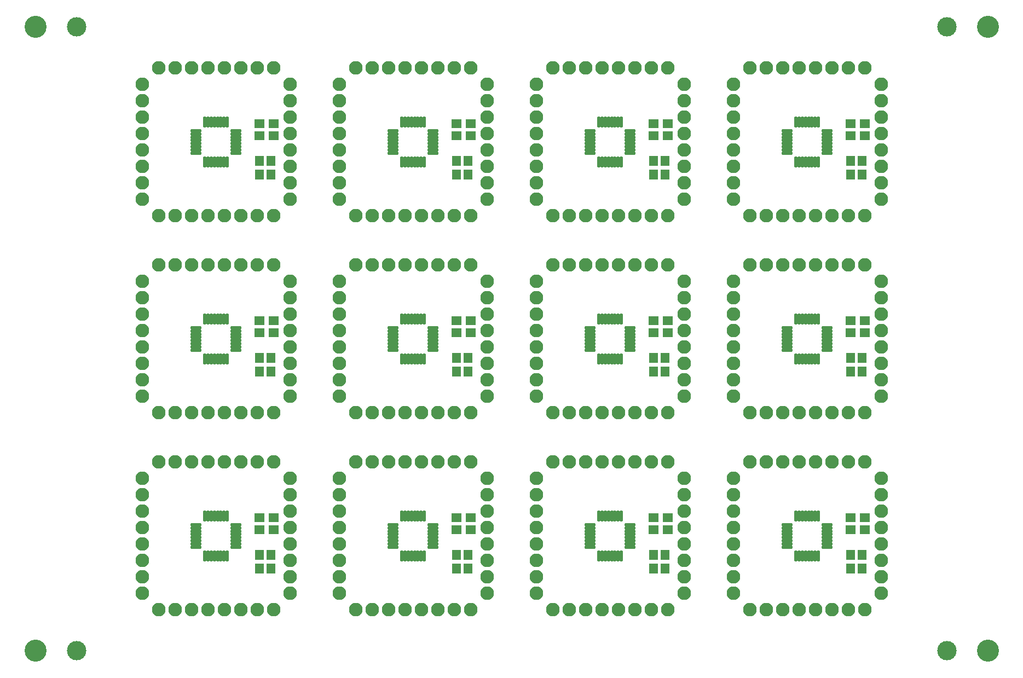
<source format=gts>
%FSLAX24Y24*%
%MOIN*%
G70*
G01*
G75*
G04 Layer_Color=8388736*
%ADD10R,0.0551X0.0472*%
%ADD11R,0.0472X0.0551*%
%ADD12O,0.0630X0.0118*%
%ADD13O,0.0118X0.0630*%
%ADD14C,0.0118*%
%ADD15C,0.0394*%
%ADD16C,0.1260*%
%ADD17C,0.0750*%
%ADD18C,0.0098*%
%ADD19C,0.0236*%
%ADD20C,0.0100*%
%ADD21C,0.0079*%
%ADD22R,0.0631X0.0552*%
%ADD23R,0.0552X0.0631*%
%ADD24O,0.0710X0.0198*%
%ADD25O,0.0198X0.0710*%
%ADD26C,0.1181*%
%ADD27C,0.1340*%
%ADD28C,0.0830*%
D22*
X14640Y9104D02*
D03*
Y8396D02*
D03*
X15500Y9104D02*
D03*
Y8396D02*
D03*
X26640Y9104D02*
D03*
Y8396D02*
D03*
X27500Y9104D02*
D03*
Y8396D02*
D03*
X38640Y9104D02*
D03*
Y8396D02*
D03*
X39500Y9104D02*
D03*
Y8396D02*
D03*
X50640Y9104D02*
D03*
Y8396D02*
D03*
X51500Y9104D02*
D03*
Y8396D02*
D03*
X14640Y21104D02*
D03*
Y20396D02*
D03*
X15500Y21104D02*
D03*
Y20396D02*
D03*
X26640Y21104D02*
D03*
Y20396D02*
D03*
X27500Y21104D02*
D03*
Y20396D02*
D03*
X38640Y21104D02*
D03*
Y20396D02*
D03*
X39500Y21104D02*
D03*
Y20396D02*
D03*
X50640Y21104D02*
D03*
Y20396D02*
D03*
X51500Y21104D02*
D03*
Y20396D02*
D03*
X14640Y33104D02*
D03*
Y32396D02*
D03*
X15500Y33104D02*
D03*
Y32396D02*
D03*
X26640Y33104D02*
D03*
Y32396D02*
D03*
X27500Y33104D02*
D03*
Y32396D02*
D03*
X38640Y33104D02*
D03*
Y32396D02*
D03*
X39500Y33104D02*
D03*
Y32396D02*
D03*
X50640Y33104D02*
D03*
Y32396D02*
D03*
X51500Y33104D02*
D03*
Y32396D02*
D03*
D23*
X14646Y6860D02*
D03*
X15354D02*
D03*
X14646Y6000D02*
D03*
X15354D02*
D03*
X26646Y6860D02*
D03*
X27354D02*
D03*
X26646Y6000D02*
D03*
X27354D02*
D03*
X38646Y6860D02*
D03*
X39354D02*
D03*
X38646Y6000D02*
D03*
X39354D02*
D03*
X50646Y6860D02*
D03*
X51354D02*
D03*
X50646Y6000D02*
D03*
X51354D02*
D03*
X14646Y18860D02*
D03*
X15354D02*
D03*
X14646Y18000D02*
D03*
X15354D02*
D03*
X26646Y18860D02*
D03*
X27354D02*
D03*
X26646Y18000D02*
D03*
X27354D02*
D03*
X38646Y18860D02*
D03*
X39354D02*
D03*
X38646Y18000D02*
D03*
X39354D02*
D03*
X50646Y18860D02*
D03*
X51354D02*
D03*
X50646Y18000D02*
D03*
X51354D02*
D03*
X14646Y30860D02*
D03*
X15354D02*
D03*
X14646Y30000D02*
D03*
X15354D02*
D03*
X26646Y30860D02*
D03*
X27354D02*
D03*
X26646Y30000D02*
D03*
X27354D02*
D03*
X38646Y30860D02*
D03*
X39354D02*
D03*
X38646Y30000D02*
D03*
X39354D02*
D03*
X50646Y30860D02*
D03*
X51354D02*
D03*
X50646Y30000D02*
D03*
X51354D02*
D03*
D24*
X10780Y8689D02*
D03*
Y8492D02*
D03*
Y8295D02*
D03*
Y8098D02*
D03*
Y7902D02*
D03*
Y7705D02*
D03*
Y7508D02*
D03*
Y7311D02*
D03*
X13220D02*
D03*
Y7508D02*
D03*
Y7705D02*
D03*
Y7902D02*
D03*
Y8098D02*
D03*
Y8295D02*
D03*
Y8492D02*
D03*
Y8689D02*
D03*
X22780D02*
D03*
Y8492D02*
D03*
Y8295D02*
D03*
Y8098D02*
D03*
Y7902D02*
D03*
Y7705D02*
D03*
Y7508D02*
D03*
Y7311D02*
D03*
X25220D02*
D03*
Y7508D02*
D03*
Y7705D02*
D03*
Y7902D02*
D03*
Y8098D02*
D03*
Y8295D02*
D03*
Y8492D02*
D03*
Y8689D02*
D03*
X34780D02*
D03*
Y8492D02*
D03*
Y8295D02*
D03*
Y8098D02*
D03*
Y7902D02*
D03*
Y7705D02*
D03*
Y7508D02*
D03*
Y7311D02*
D03*
X37220D02*
D03*
Y7508D02*
D03*
Y7705D02*
D03*
Y7902D02*
D03*
Y8098D02*
D03*
Y8295D02*
D03*
Y8492D02*
D03*
Y8689D02*
D03*
X46780D02*
D03*
Y8492D02*
D03*
Y8295D02*
D03*
Y8098D02*
D03*
Y7902D02*
D03*
Y7705D02*
D03*
Y7508D02*
D03*
Y7311D02*
D03*
X49220D02*
D03*
Y7508D02*
D03*
Y7705D02*
D03*
Y7902D02*
D03*
Y8098D02*
D03*
Y8295D02*
D03*
Y8492D02*
D03*
Y8689D02*
D03*
X10780Y20689D02*
D03*
Y20492D02*
D03*
Y20295D02*
D03*
Y20098D02*
D03*
Y19902D02*
D03*
Y19705D02*
D03*
Y19508D02*
D03*
Y19311D02*
D03*
X13220D02*
D03*
Y19508D02*
D03*
Y19705D02*
D03*
Y19902D02*
D03*
Y20098D02*
D03*
Y20295D02*
D03*
Y20492D02*
D03*
Y20689D02*
D03*
X22780D02*
D03*
Y20492D02*
D03*
Y20295D02*
D03*
Y20098D02*
D03*
Y19902D02*
D03*
Y19705D02*
D03*
Y19508D02*
D03*
Y19311D02*
D03*
X25220D02*
D03*
Y19508D02*
D03*
Y19705D02*
D03*
Y19902D02*
D03*
Y20098D02*
D03*
Y20295D02*
D03*
Y20492D02*
D03*
Y20689D02*
D03*
X34780D02*
D03*
Y20492D02*
D03*
Y20295D02*
D03*
Y20098D02*
D03*
Y19902D02*
D03*
Y19705D02*
D03*
Y19508D02*
D03*
Y19311D02*
D03*
X37220D02*
D03*
Y19508D02*
D03*
Y19705D02*
D03*
Y19902D02*
D03*
Y20098D02*
D03*
Y20295D02*
D03*
Y20492D02*
D03*
Y20689D02*
D03*
X46780D02*
D03*
Y20492D02*
D03*
Y20295D02*
D03*
Y20098D02*
D03*
Y19902D02*
D03*
Y19705D02*
D03*
Y19508D02*
D03*
Y19311D02*
D03*
X49220D02*
D03*
Y19508D02*
D03*
Y19705D02*
D03*
Y19902D02*
D03*
Y20098D02*
D03*
Y20295D02*
D03*
Y20492D02*
D03*
Y20689D02*
D03*
X10780Y32689D02*
D03*
Y32492D02*
D03*
Y32295D02*
D03*
Y32098D02*
D03*
Y31902D02*
D03*
Y31705D02*
D03*
Y31508D02*
D03*
Y31311D02*
D03*
X13220D02*
D03*
Y31508D02*
D03*
Y31705D02*
D03*
Y31902D02*
D03*
Y32098D02*
D03*
Y32295D02*
D03*
Y32492D02*
D03*
Y32689D02*
D03*
X22780D02*
D03*
Y32492D02*
D03*
Y32295D02*
D03*
Y32098D02*
D03*
Y31902D02*
D03*
Y31705D02*
D03*
Y31508D02*
D03*
Y31311D02*
D03*
X25220D02*
D03*
Y31508D02*
D03*
Y31705D02*
D03*
Y31902D02*
D03*
Y32098D02*
D03*
Y32295D02*
D03*
Y32492D02*
D03*
Y32689D02*
D03*
X34780D02*
D03*
Y32492D02*
D03*
Y32295D02*
D03*
Y32098D02*
D03*
Y31902D02*
D03*
Y31705D02*
D03*
Y31508D02*
D03*
Y31311D02*
D03*
X37220D02*
D03*
Y31508D02*
D03*
Y31705D02*
D03*
Y31902D02*
D03*
Y32098D02*
D03*
Y32295D02*
D03*
Y32492D02*
D03*
Y32689D02*
D03*
X46780D02*
D03*
Y32492D02*
D03*
Y32295D02*
D03*
Y32098D02*
D03*
Y31902D02*
D03*
Y31705D02*
D03*
Y31508D02*
D03*
Y31311D02*
D03*
X49220D02*
D03*
Y31508D02*
D03*
Y31705D02*
D03*
Y31902D02*
D03*
Y32098D02*
D03*
Y32295D02*
D03*
Y32492D02*
D03*
Y32689D02*
D03*
D25*
X11311Y6780D02*
D03*
X11508D02*
D03*
X11705D02*
D03*
X11902D02*
D03*
X12098D02*
D03*
X12295D02*
D03*
X12492D02*
D03*
X12689D02*
D03*
Y9220D02*
D03*
X12492D02*
D03*
X12295D02*
D03*
X12098D02*
D03*
X11902D02*
D03*
X11705D02*
D03*
X11508D02*
D03*
X11311D02*
D03*
X23311Y6780D02*
D03*
X23508D02*
D03*
X23705D02*
D03*
X23902D02*
D03*
X24098D02*
D03*
X24295D02*
D03*
X24492D02*
D03*
X24689D02*
D03*
Y9220D02*
D03*
X24492D02*
D03*
X24295D02*
D03*
X24098D02*
D03*
X23902D02*
D03*
X23705D02*
D03*
X23508D02*
D03*
X23311D02*
D03*
X35311Y6780D02*
D03*
X35508D02*
D03*
X35705D02*
D03*
X35902D02*
D03*
X36098D02*
D03*
X36295D02*
D03*
X36492D02*
D03*
X36689D02*
D03*
Y9220D02*
D03*
X36492D02*
D03*
X36295D02*
D03*
X36098D02*
D03*
X35902D02*
D03*
X35705D02*
D03*
X35508D02*
D03*
X35311D02*
D03*
X47311Y6780D02*
D03*
X47508D02*
D03*
X47705D02*
D03*
X47902D02*
D03*
X48098D02*
D03*
X48295D02*
D03*
X48492D02*
D03*
X48689D02*
D03*
Y9220D02*
D03*
X48492D02*
D03*
X48295D02*
D03*
X48098D02*
D03*
X47902D02*
D03*
X47705D02*
D03*
X47508D02*
D03*
X47311D02*
D03*
X11311Y18780D02*
D03*
X11508D02*
D03*
X11705D02*
D03*
X11902D02*
D03*
X12098D02*
D03*
X12295D02*
D03*
X12492D02*
D03*
X12689D02*
D03*
Y21220D02*
D03*
X12492D02*
D03*
X12295D02*
D03*
X12098D02*
D03*
X11902D02*
D03*
X11705D02*
D03*
X11508D02*
D03*
X11311D02*
D03*
X23311Y18780D02*
D03*
X23508D02*
D03*
X23705D02*
D03*
X23902D02*
D03*
X24098D02*
D03*
X24295D02*
D03*
X24492D02*
D03*
X24689D02*
D03*
Y21220D02*
D03*
X24492D02*
D03*
X24295D02*
D03*
X24098D02*
D03*
X23902D02*
D03*
X23705D02*
D03*
X23508D02*
D03*
X23311D02*
D03*
X35311Y18780D02*
D03*
X35508D02*
D03*
X35705D02*
D03*
X35902D02*
D03*
X36098D02*
D03*
X36295D02*
D03*
X36492D02*
D03*
X36689D02*
D03*
Y21220D02*
D03*
X36492D02*
D03*
X36295D02*
D03*
X36098D02*
D03*
X35902D02*
D03*
X35705D02*
D03*
X35508D02*
D03*
X35311D02*
D03*
X47311Y18780D02*
D03*
X47508D02*
D03*
X47705D02*
D03*
X47902D02*
D03*
X48098D02*
D03*
X48295D02*
D03*
X48492D02*
D03*
X48689D02*
D03*
Y21220D02*
D03*
X48492D02*
D03*
X48295D02*
D03*
X48098D02*
D03*
X47902D02*
D03*
X47705D02*
D03*
X47508D02*
D03*
X47311D02*
D03*
X11311Y30780D02*
D03*
X11508D02*
D03*
X11705D02*
D03*
X11902D02*
D03*
X12098D02*
D03*
X12295D02*
D03*
X12492D02*
D03*
X12689D02*
D03*
Y33220D02*
D03*
X12492D02*
D03*
X12295D02*
D03*
X12098D02*
D03*
X11902D02*
D03*
X11705D02*
D03*
X11508D02*
D03*
X11311D02*
D03*
X23311Y30780D02*
D03*
X23508D02*
D03*
X23705D02*
D03*
X23902D02*
D03*
X24098D02*
D03*
X24295D02*
D03*
X24492D02*
D03*
X24689D02*
D03*
Y33220D02*
D03*
X24492D02*
D03*
X24295D02*
D03*
X24098D02*
D03*
X23902D02*
D03*
X23705D02*
D03*
X23508D02*
D03*
X23311D02*
D03*
X35311Y30780D02*
D03*
X35508D02*
D03*
X35705D02*
D03*
X35902D02*
D03*
X36098D02*
D03*
X36295D02*
D03*
X36492D02*
D03*
X36689D02*
D03*
Y33220D02*
D03*
X36492D02*
D03*
X36295D02*
D03*
X36098D02*
D03*
X35902D02*
D03*
X35705D02*
D03*
X35508D02*
D03*
X35311D02*
D03*
X47311Y30780D02*
D03*
X47508D02*
D03*
X47705D02*
D03*
X47902D02*
D03*
X48098D02*
D03*
X48295D02*
D03*
X48492D02*
D03*
X48689D02*
D03*
Y33220D02*
D03*
X48492D02*
D03*
X48295D02*
D03*
X48098D02*
D03*
X47902D02*
D03*
X47705D02*
D03*
X47508D02*
D03*
X47311D02*
D03*
D26*
X56500Y1000D02*
D03*
Y39000D02*
D03*
X3500D02*
D03*
Y1000D02*
D03*
D27*
X1000Y39000D02*
D03*
X59000D02*
D03*
Y1000D02*
D03*
X1000D02*
D03*
D28*
X8500Y12500D02*
D03*
X9500D02*
D03*
X10500D02*
D03*
X11500D02*
D03*
X12500D02*
D03*
X13500D02*
D03*
X14500D02*
D03*
X15500D02*
D03*
X7500Y4500D02*
D03*
Y5500D02*
D03*
Y6500D02*
D03*
Y7500D02*
D03*
Y8500D02*
D03*
Y9500D02*
D03*
Y10500D02*
D03*
Y11500D02*
D03*
X16500D02*
D03*
Y10500D02*
D03*
Y9500D02*
D03*
Y8500D02*
D03*
Y7500D02*
D03*
Y6500D02*
D03*
Y5500D02*
D03*
Y4500D02*
D03*
X15500Y3500D02*
D03*
X14500D02*
D03*
X13500D02*
D03*
X12500D02*
D03*
X11500D02*
D03*
X10500D02*
D03*
X9500D02*
D03*
X8500D02*
D03*
X20500Y12500D02*
D03*
X21500D02*
D03*
X22500D02*
D03*
X23500D02*
D03*
X24500D02*
D03*
X25500D02*
D03*
X26500D02*
D03*
X27500D02*
D03*
X19500Y4500D02*
D03*
Y5500D02*
D03*
Y6500D02*
D03*
Y7500D02*
D03*
Y8500D02*
D03*
Y9500D02*
D03*
Y10500D02*
D03*
Y11500D02*
D03*
X28500D02*
D03*
Y10500D02*
D03*
Y9500D02*
D03*
Y8500D02*
D03*
Y7500D02*
D03*
Y6500D02*
D03*
Y5500D02*
D03*
Y4500D02*
D03*
X27500Y3500D02*
D03*
X26500D02*
D03*
X25500D02*
D03*
X24500D02*
D03*
X23500D02*
D03*
X22500D02*
D03*
X21500D02*
D03*
X20500D02*
D03*
X32500Y12500D02*
D03*
X33500D02*
D03*
X34500D02*
D03*
X35500D02*
D03*
X36500D02*
D03*
X37500D02*
D03*
X38500D02*
D03*
X39500D02*
D03*
X31500Y4500D02*
D03*
Y5500D02*
D03*
Y6500D02*
D03*
Y7500D02*
D03*
Y8500D02*
D03*
Y9500D02*
D03*
Y10500D02*
D03*
Y11500D02*
D03*
X40500D02*
D03*
Y10500D02*
D03*
Y9500D02*
D03*
Y8500D02*
D03*
Y7500D02*
D03*
Y6500D02*
D03*
Y5500D02*
D03*
Y4500D02*
D03*
X39500Y3500D02*
D03*
X38500D02*
D03*
X37500D02*
D03*
X36500D02*
D03*
X35500D02*
D03*
X34500D02*
D03*
X33500D02*
D03*
X32500D02*
D03*
X44500Y12500D02*
D03*
X45500D02*
D03*
X46500D02*
D03*
X47500D02*
D03*
X48500D02*
D03*
X49500D02*
D03*
X50500D02*
D03*
X51500D02*
D03*
X43500Y4500D02*
D03*
Y5500D02*
D03*
Y6500D02*
D03*
Y7500D02*
D03*
Y8500D02*
D03*
Y9500D02*
D03*
Y10500D02*
D03*
Y11500D02*
D03*
X52500D02*
D03*
Y10500D02*
D03*
Y9500D02*
D03*
Y8500D02*
D03*
Y7500D02*
D03*
Y6500D02*
D03*
Y5500D02*
D03*
Y4500D02*
D03*
X51500Y3500D02*
D03*
X50500D02*
D03*
X49500D02*
D03*
X48500D02*
D03*
X47500D02*
D03*
X46500D02*
D03*
X45500D02*
D03*
X44500D02*
D03*
X8500Y24500D02*
D03*
X9500D02*
D03*
X10500D02*
D03*
X11500D02*
D03*
X12500D02*
D03*
X13500D02*
D03*
X14500D02*
D03*
X15500D02*
D03*
X7500Y16500D02*
D03*
Y17500D02*
D03*
Y18500D02*
D03*
Y19500D02*
D03*
Y20500D02*
D03*
Y21500D02*
D03*
Y22500D02*
D03*
Y23500D02*
D03*
X16500D02*
D03*
Y22500D02*
D03*
Y21500D02*
D03*
Y20500D02*
D03*
Y19500D02*
D03*
Y18500D02*
D03*
Y17500D02*
D03*
Y16500D02*
D03*
X15500Y15500D02*
D03*
X14500D02*
D03*
X13500D02*
D03*
X12500D02*
D03*
X11500D02*
D03*
X10500D02*
D03*
X9500D02*
D03*
X8500D02*
D03*
X20500Y24500D02*
D03*
X21500D02*
D03*
X22500D02*
D03*
X23500D02*
D03*
X24500D02*
D03*
X25500D02*
D03*
X26500D02*
D03*
X27500D02*
D03*
X19500Y16500D02*
D03*
Y17500D02*
D03*
Y18500D02*
D03*
Y19500D02*
D03*
Y20500D02*
D03*
Y21500D02*
D03*
Y22500D02*
D03*
Y23500D02*
D03*
X28500D02*
D03*
Y22500D02*
D03*
Y21500D02*
D03*
Y20500D02*
D03*
Y19500D02*
D03*
Y18500D02*
D03*
Y17500D02*
D03*
Y16500D02*
D03*
X27500Y15500D02*
D03*
X26500D02*
D03*
X25500D02*
D03*
X24500D02*
D03*
X23500D02*
D03*
X22500D02*
D03*
X21500D02*
D03*
X20500D02*
D03*
X32500Y24500D02*
D03*
X33500D02*
D03*
X34500D02*
D03*
X35500D02*
D03*
X36500D02*
D03*
X37500D02*
D03*
X38500D02*
D03*
X39500D02*
D03*
X31500Y16500D02*
D03*
Y17500D02*
D03*
Y18500D02*
D03*
Y19500D02*
D03*
Y20500D02*
D03*
Y21500D02*
D03*
Y22500D02*
D03*
Y23500D02*
D03*
X40500D02*
D03*
Y22500D02*
D03*
Y21500D02*
D03*
Y20500D02*
D03*
Y19500D02*
D03*
Y18500D02*
D03*
Y17500D02*
D03*
Y16500D02*
D03*
X39500Y15500D02*
D03*
X38500D02*
D03*
X37500D02*
D03*
X36500D02*
D03*
X35500D02*
D03*
X34500D02*
D03*
X33500D02*
D03*
X32500D02*
D03*
X44500Y24500D02*
D03*
X45500D02*
D03*
X46500D02*
D03*
X47500D02*
D03*
X48500D02*
D03*
X49500D02*
D03*
X50500D02*
D03*
X51500D02*
D03*
X43500Y16500D02*
D03*
Y17500D02*
D03*
Y18500D02*
D03*
Y19500D02*
D03*
Y20500D02*
D03*
Y21500D02*
D03*
Y22500D02*
D03*
Y23500D02*
D03*
X52500D02*
D03*
Y22500D02*
D03*
Y21500D02*
D03*
Y20500D02*
D03*
Y19500D02*
D03*
Y18500D02*
D03*
Y17500D02*
D03*
Y16500D02*
D03*
X51500Y15500D02*
D03*
X50500D02*
D03*
X49500D02*
D03*
X48500D02*
D03*
X47500D02*
D03*
X46500D02*
D03*
X45500D02*
D03*
X44500D02*
D03*
X8500Y36500D02*
D03*
X9500D02*
D03*
X10500D02*
D03*
X11500D02*
D03*
X12500D02*
D03*
X13500D02*
D03*
X14500D02*
D03*
X15500D02*
D03*
X7500Y28500D02*
D03*
Y29500D02*
D03*
Y30500D02*
D03*
Y31500D02*
D03*
Y32500D02*
D03*
Y33500D02*
D03*
Y34500D02*
D03*
Y35500D02*
D03*
X16500D02*
D03*
Y34500D02*
D03*
Y33500D02*
D03*
Y32500D02*
D03*
Y31500D02*
D03*
Y30500D02*
D03*
Y29500D02*
D03*
Y28500D02*
D03*
X15500Y27500D02*
D03*
X14500D02*
D03*
X13500D02*
D03*
X12500D02*
D03*
X11500D02*
D03*
X10500D02*
D03*
X9500D02*
D03*
X8500D02*
D03*
X20500Y36500D02*
D03*
X21500D02*
D03*
X22500D02*
D03*
X23500D02*
D03*
X24500D02*
D03*
X25500D02*
D03*
X26500D02*
D03*
X27500D02*
D03*
X19500Y28500D02*
D03*
Y29500D02*
D03*
Y30500D02*
D03*
Y31500D02*
D03*
Y32500D02*
D03*
Y33500D02*
D03*
Y34500D02*
D03*
Y35500D02*
D03*
X28500D02*
D03*
Y34500D02*
D03*
Y33500D02*
D03*
Y32500D02*
D03*
Y31500D02*
D03*
Y30500D02*
D03*
Y29500D02*
D03*
Y28500D02*
D03*
X27500Y27500D02*
D03*
X26500D02*
D03*
X25500D02*
D03*
X24500D02*
D03*
X23500D02*
D03*
X22500D02*
D03*
X21500D02*
D03*
X20500D02*
D03*
X32500Y36500D02*
D03*
X33500D02*
D03*
X34500D02*
D03*
X35500D02*
D03*
X36500D02*
D03*
X37500D02*
D03*
X38500D02*
D03*
X39500D02*
D03*
X31500Y28500D02*
D03*
Y29500D02*
D03*
Y30500D02*
D03*
Y31500D02*
D03*
Y32500D02*
D03*
Y33500D02*
D03*
Y34500D02*
D03*
Y35500D02*
D03*
X40500D02*
D03*
Y34500D02*
D03*
Y33500D02*
D03*
Y32500D02*
D03*
Y31500D02*
D03*
Y30500D02*
D03*
Y29500D02*
D03*
Y28500D02*
D03*
X39500Y27500D02*
D03*
X38500D02*
D03*
X37500D02*
D03*
X36500D02*
D03*
X35500D02*
D03*
X34500D02*
D03*
X33500D02*
D03*
X32500D02*
D03*
X44500Y36500D02*
D03*
X45500D02*
D03*
X46500D02*
D03*
X47500D02*
D03*
X48500D02*
D03*
X49500D02*
D03*
X50500D02*
D03*
X51500D02*
D03*
X43500Y28500D02*
D03*
Y29500D02*
D03*
Y30500D02*
D03*
Y31500D02*
D03*
Y32500D02*
D03*
Y33500D02*
D03*
Y34500D02*
D03*
Y35500D02*
D03*
X52500D02*
D03*
Y34500D02*
D03*
Y33500D02*
D03*
Y32500D02*
D03*
Y31500D02*
D03*
Y30500D02*
D03*
Y29500D02*
D03*
Y28500D02*
D03*
X51500Y27500D02*
D03*
X50500D02*
D03*
X49500D02*
D03*
X48500D02*
D03*
X47500D02*
D03*
X46500D02*
D03*
X45500D02*
D03*
X44500D02*
D03*
M02*

</source>
